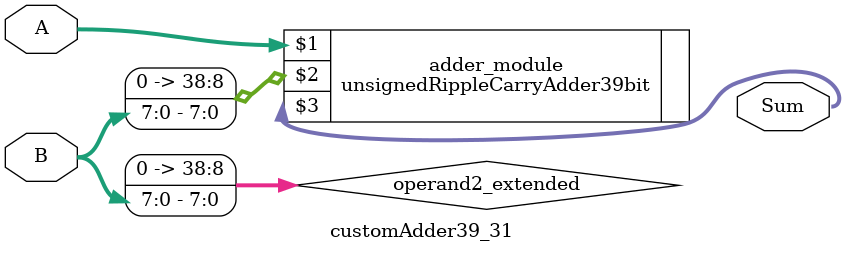
<source format=v>
module customAdder39_31(
                        input [38 : 0] A,
                        input [7 : 0] B,
                        
                        output [39 : 0] Sum
                );

        wire [38 : 0] operand2_extended;
        
        assign operand2_extended =  {31'b0, B};
        
        unsignedRippleCarryAdder39bit adder_module(
            A,
            operand2_extended,
            Sum
        );
        
        endmodule
        
</source>
